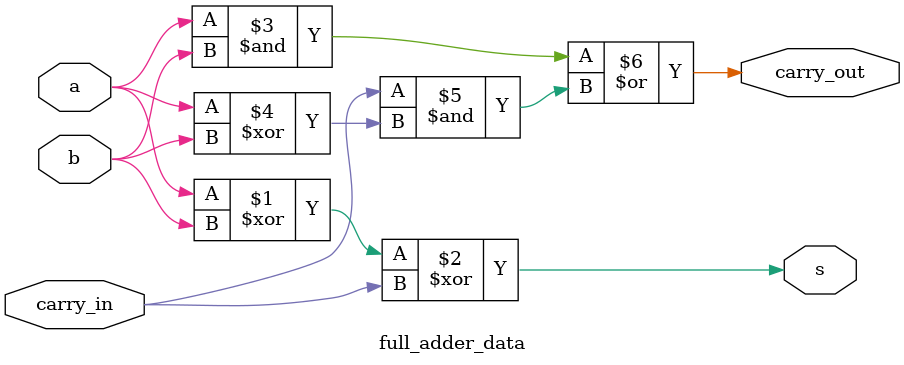
<source format=v>
module full_adder_data(input a,input b,input carry_in,output s, output carry_out);
assign s=a^b^carry_in;
assign carry_out=(a&b)|carry_in&(a^b);
endmodule

</source>
